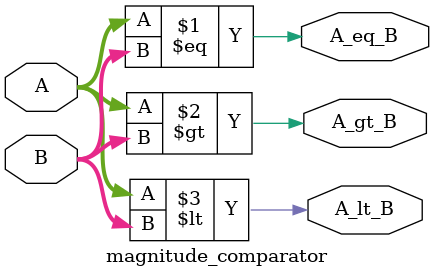
<source format=sv>
module magnitude_comparator (input [7:0] A,input [7:0] B,output A_eq_B, output A_gt_B,output A_lt_B );
	assign A_eq_B = (A == B);
    assign A_gt_B = (A > B);
    assign A_lt_B = (A < B);
endmodule

</source>
